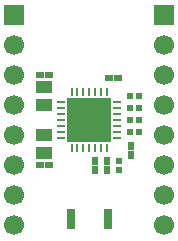
<source format=gbr>
%TF.GenerationSoftware,Altium Limited,Altium Designer,20.1.11 (218)*%
G04 Layer_Color=8388736*
%FSLAX45Y45*%
%MOMM*%
%TF.SameCoordinates,14EB8A15-C646-47EE-B5EB-F16F919038EB*%
%TF.FilePolarity,Negative*%
%TF.FileFunction,Soldermask,Top*%
%TF.Part,Single*%
G01*
G75*
%TA.AperFunction,SMDPad,CuDef*%
%ADD14R,3.70000X3.70000*%
G04:AMPARAMS|DCode=15|XSize=0.24247mm|YSize=0.75607mm|CornerRadius=0.12124mm|HoleSize=0mm|Usage=FLASHONLY|Rotation=90.000|XOffset=0mm|YOffset=0mm|HoleType=Round|Shape=RoundedRectangle|*
%AMROUNDEDRECTD15*
21,1,0.24247,0.51359,0,0,90.0*
21,1,0.00000,0.75607,0,0,90.0*
1,1,0.24247,0.25680,0.00000*
1,1,0.24247,0.25680,0.00000*
1,1,0.24247,-0.25680,0.00000*
1,1,0.24247,-0.25680,0.00000*
%
%ADD15ROUNDEDRECTD15*%
G04:AMPARAMS|DCode=16|XSize=0.75607mm|YSize=0.24247mm|CornerRadius=0.12124mm|HoleSize=0mm|Usage=FLASHONLY|Rotation=90.000|XOffset=0mm|YOffset=0mm|HoleType=Round|Shape=RoundedRectangle|*
%AMROUNDEDRECTD16*
21,1,0.75607,0.00000,0,0,90.0*
21,1,0.51359,0.24247,0,0,90.0*
1,1,0.24247,0.00000,0.25680*
1,1,0.24247,0.00000,-0.25680*
1,1,0.24247,0.00000,-0.25680*
1,1,0.24247,0.00000,0.25680*
%
%ADD16ROUNDEDRECTD16*%
%ADD17R,0.24247X0.75607*%
%TA.AperFunction,ComponentPad*%
%ADD27C,1.70000*%
%ADD28R,1.70000X1.70000*%
%TA.AperFunction,ViaPad*%
%ADD29C,0.70000*%
%TA.AperFunction,SMDPad,CuDef*%
%ADD33R,1.45000X1.05000*%
%ADD34R,0.66000X0.62000*%
%ADD35R,0.55000X0.60000*%
%ADD36R,0.65000X1.80000*%
%ADD37R,0.62000X0.66000*%
%ADD38R,0.60000X0.55000*%
D14*
X762000Y1016000D02*
D03*
D15*
X524197Y866000D02*
D03*
Y916000D02*
D03*
Y966000D02*
D03*
Y1016000D02*
D03*
Y1066000D02*
D03*
Y1116000D02*
D03*
Y1166000D02*
D03*
X999803D02*
D03*
Y1116000D02*
D03*
Y1066000D02*
D03*
Y1016000D02*
D03*
Y966000D02*
D03*
Y916000D02*
D03*
Y866000D02*
D03*
D16*
X612000Y1253803D02*
D03*
X662000D02*
D03*
X712000D02*
D03*
X762000D02*
D03*
X812000D02*
D03*
X862000D02*
D03*
X912000D02*
D03*
Y778197D02*
D03*
X862000D02*
D03*
X812000D02*
D03*
X762000D02*
D03*
X712000D02*
D03*
X662000D02*
D03*
D17*
X612000D02*
D03*
D27*
X1397000Y635000D02*
D03*
X127000Y127000D02*
D03*
Y381000D02*
D03*
Y889000D02*
D03*
Y1397000D02*
D03*
Y1651000D02*
D03*
Y1143000D02*
D03*
Y635000D02*
D03*
X1397000Y127000D02*
D03*
Y381000D02*
D03*
Y889000D02*
D03*
Y1397000D02*
D03*
Y1651000D02*
D03*
Y1143000D02*
D03*
D28*
X127000Y1905000D02*
D03*
X1397000D02*
D03*
D29*
X609600Y1168400D02*
D03*
Y1092200D02*
D03*
Y1016000D02*
D03*
X685800Y1168400D02*
D03*
Y1092200D02*
D03*
Y1016000D02*
D03*
X762000Y1168400D02*
D03*
Y1092200D02*
D03*
Y1016000D02*
D03*
X838200Y1168400D02*
D03*
Y1092200D02*
D03*
Y1016000D02*
D03*
X609600Y939800D02*
D03*
X685800D02*
D03*
X762000D02*
D03*
X838200D02*
D03*
X914400Y1168400D02*
D03*
Y1092200D02*
D03*
Y1016000D02*
D03*
Y939800D02*
D03*
X762000Y863600D02*
D03*
X838200D02*
D03*
X685800D02*
D03*
X609600D02*
D03*
X914400D02*
D03*
D33*
X381000Y1141700D02*
D03*
Y1296700D02*
D03*
Y890300D02*
D03*
Y735300D02*
D03*
D34*
X342000Y1397000D02*
D03*
X420000D02*
D03*
X342000Y635000D02*
D03*
X420000D02*
D03*
X926200Y1371600D02*
D03*
X1004200D02*
D03*
D35*
X1016000Y597500D02*
D03*
Y672500D02*
D03*
D36*
X604500Y177800D02*
D03*
X919500D02*
D03*
D37*
X812800Y596000D02*
D03*
Y674000D02*
D03*
X1117600Y801000D02*
D03*
Y723000D02*
D03*
X914400Y596000D02*
D03*
Y674000D02*
D03*
D38*
X1180500Y914400D02*
D03*
X1105500D02*
D03*
X1180500Y1016000D02*
D03*
X1105500D02*
D03*
X1180500Y1219200D02*
D03*
X1105500D02*
D03*
X1180500Y1117600D02*
D03*
X1105500D02*
D03*
%TF.MD5,4e573400b61a69ae86cab90378583728*%
M02*

</source>
